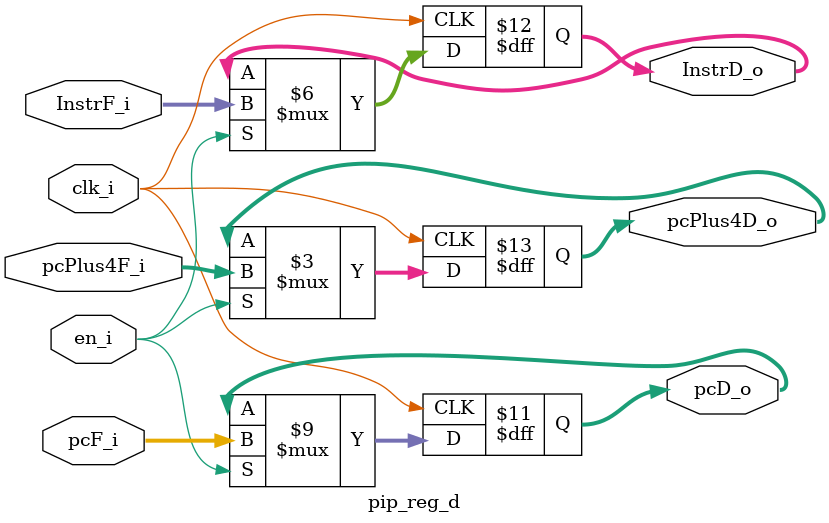
<source format=sv>
module pip_reg_d #(
    PC_WIDTH = 32,
    INSTRUCTION_WIDTH = 32
)(
    input   logic                           clk_i,
    input   logic                           en_i,
    input   logic [PC_WIDTH-1:0]            pcF_i, //Fetch
    output  logic [PC_WIDTH-1:0]            pcD_o, //Decode
    
    input   logic[INSTRUCTION_WIDTH-1:0]    InstrF_i, //Fetch
    output  logic[INSTRUCTION_WIDTH-1:0]    InstrD_o, //Decode

    input   logic [PC_WIDTH-1:0]            pcPlus4F_i, //Fetch
    output  logic [PC_WIDTH-1:0]            pcPlus4D_o  //Decode
);

always_ff @(posedge clk_i) begin
    if (en_i) begin
        pcD_o       <= pcF_i;
        InstrD_o    <= InstrF_i;
        pcPlus4D_o  <= pcPlus4F_i;
    end
    else begin//freeze
        pcD_o       <= pcD_o;
        InstrD_o    <= InstrD_o;
        pcPlus4D_o  <= pcPlus4D_o;
    end
end
endmodule

</source>
